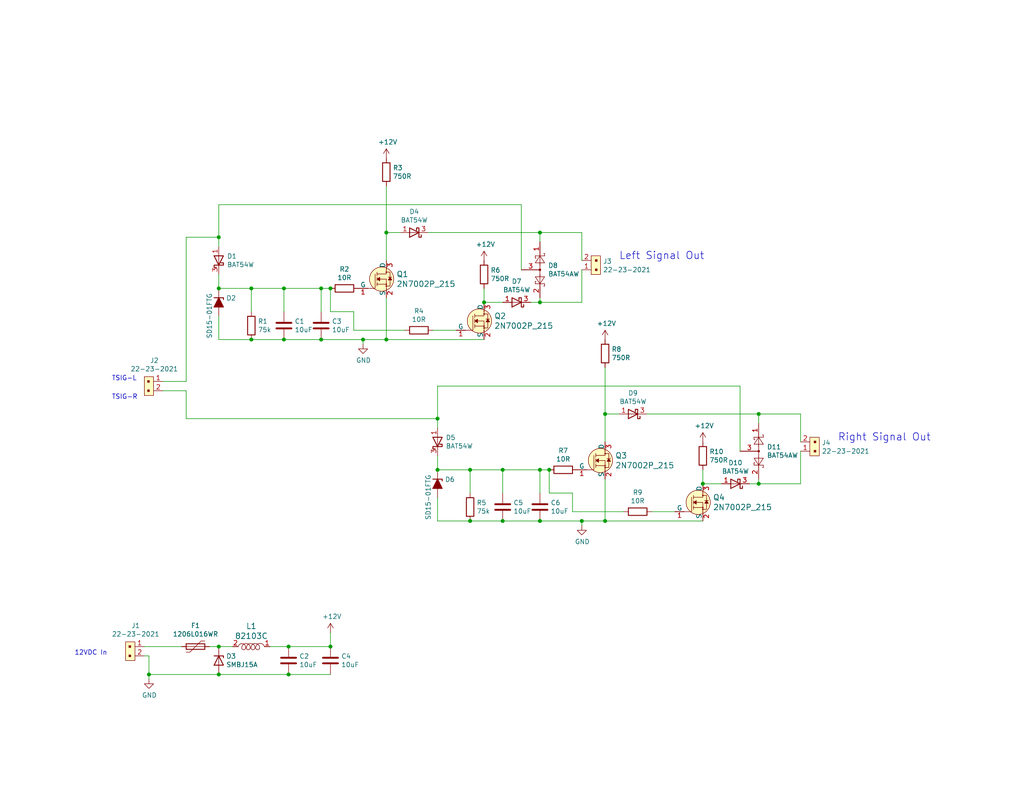
<source format=kicad_sch>
(kicad_sch (version 20231120) (generator "eeschema") (generator_version "8.0")
  (paper "USLetter")
  (title_block (title "Brake & Turn Signal Enhancement") (date "2020-08-11") (rev "2.1") (company "atomspring"))
  (lib_symbols
    (symbol "BTSE-rescue:+12V-power" (power) (pin_names (offset 0))
      (property "Value" "power_+12V" (at 0 3.556 0))
      (symbol "+12V-power_0_1"
        (polyline (pts (xy -0.762 1.27) (xy 0 2.54)))
        (polyline (pts (xy 0 0) (xy 0 2.54)))
        (polyline (pts (xy 0 2.54) (xy 0.762 1.27)))
      )
      (symbol "+12V-power_1_1"
        (pin power_in line (at 0 0 90) (length 0) hide (name "+12V") (number "1"))
      )
    )
    (symbol "BTSE-rescue:22-23-2021-dk_Rectangular-Connectors-Headers-Male-Pins" (pin_names (offset 1.016))
      (property "Reference" "J" (at -2.54 1.27 0))
      (property "Value" "dk_Rectangular-Connectors-Headers-Male-Pins_22-23-2021" (at 1.27 -3.81 0))
      (symbol "22-23-2021-dk_Rectangular-Connectors-Headers-Male-Pins_1_1"
        (rectangle (start -1.27 0) (end 3.81 -2.54) (fill (type background)))
        (rectangle (start -0.254 -1.143) (end 0.254 -1.651) (fill (type outline)))
        (rectangle (start 2.286 -1.143) (end 2.794 -1.651) (fill (type outline)))
        (pin passive line (at 0 2.54 270) (length 2.54) (name "~") (number "1"))
        (pin passive line (at 2.54 2.54 270) (length 2.54) (name "~") (number "2"))
      )
    )
    (symbol "BTSE-rescue:2N7002P_215-dk_Transistors-FETs-MOSFETs-Single" (pin_names (offset 0))
      (property "Reference" "Q" (at -2.6924 3.6322 0))
      (property "Value" "dk_Transistors-FETs-MOSFETs-Single_2N7002P_215" (at 3.4544 0 90))
      (symbol "2N7002P_215-dk_Transistors-FETs-MOSFETs-Single_0_1"
        (circle (center -1.27 0) (radius 3.302) (fill (type background)))
        (circle (center 0 -1.905) (radius 0.127))
        (circle (center 0 -1.397) (radius 0.127))
        (polyline (pts (xy 0 -1.397) (xy -2.54 -1.397)))
        (polyline (pts (xy -5.08 -2.54) (xy -3.048 -2.54) (xy -3.048 1.397)))
        (polyline (pts (xy 0 -2.54) (xy 0 0) (xy -2.54 0)))
        (polyline (pts (xy 0 2.54) (xy 0 1.397) (xy -2.54 1.397)))
        (polyline (pts (xy -0.127 -1.905) (xy 1.016 -1.905) (xy 1.016 1.397) (xy 1.016 1.905) (xy -0.127 1.905)))
        (circle (center 0 1.905) (radius 0.127))
      )
      (symbol "2N7002P_215-dk_Transistors-FETs-MOSFETs-Single_1_1"
        (polyline (pts (xy -2.54 -1.397) (xy -2.54 -1.905)))
        (polyline (pts (xy -2.54 -1.397) (xy -2.54 -0.889)))
        (polyline (pts (xy -2.54 0) (xy -2.54 -0.508)))
        (polyline (pts (xy -2.54 0) (xy -2.54 0.508)))
        (polyline (pts (xy -2.54 1.905) (xy -2.54 0.889)))
        (polyline (pts (xy 1.524 0.508) (xy 0.508 0.508)))
        (polyline (pts (xy -2.54 0) (xy -1.778 0.508) (xy -1.778 -0.508) (xy -2.54 0)) (fill (type outline)))
        (polyline (pts (xy 1.016 0.508) (xy 0.508 -0.254) (xy 1.524 -0.254) (xy 1.016 0.508)) (fill (type outline)))
        (pin bidirectional line (at -7.62 -2.54 0) (length 2.54) (name "G") (number "1"))
        (pin bidirectional line (at 0 -5.08 90) (length 2.54) (name "S") (number "2"))
        (pin bidirectional line (at 0 5.08 270) (length 2.54) (name "D") (number "3"))
      )
    )
    (symbol "BTSE-rescue:82103C-dk_Fixed-Inductors" (pin_names (offset 1.016))
      (property "Reference" "L" (at -3.175 3.175 0))
      (property "Value" "dk_Fixed-Inductors_82103C" (at 5.08 -1.905 0))
      (symbol "82103C-dk_Fixed-Inductors_0_1"
        (arc (start -3.556 0) (mid -2.1694 -0.8461) (end -1.1938 0.4318))
        (arc (start -2.2098 0.508) (mid -2.0918 -0.2848) (end -1.4478 -0.762))
        (arc (start -1.4732 -0.762) (mid -0.4347 -0.6489) (end 0.0508 0.254))
        (arc (start -1.1938 0.254) (mid -1.5764 0.8583) (end -2.2098 0.508))
        (arc (start -0.9398 0.508) (mid -0.8218 -0.2848) (end -0.1778 -0.762))
        (arc (start -0.2032 -0.762) (mid 0.8353 -0.6489) (end 1.3208 0.254))
        (arc (start 0.0762 0.254) (mid -0.3064 0.8583) (end -0.9398 0.508))
        (arc (start 0.3302 0.508) (mid 0.4482 -0.2848) (end 1.0922 -0.762))
        (arc (start 1.0668 -0.762) (mid 2.1053 -0.6489) (end 2.5908 0.254))
        (arc (start 1.3462 0.254) (mid 0.9636 0.8583) (end 0.3302 0.508))
        (arc (start 1.5748 0.4318) (mid 2.3727 -0.7843) (end 3.5814 0))
        (arc (start 2.6162 0.254) (mid 2.2336 0.8583) (end 1.6002 0.508))
      )
      (symbol "82103C-dk_Fixed-Inductors_1_1"
        (pin passive line (at -5.08 0 0) (length 1.4986) (name "~") (number "1"))
        (pin passive line (at 5.08 0 180) (length 1.4986) (name "~") (number "2"))
      )
    )
    (symbol "BTSE-rescue:D_Zener_ALT-Device" (pin_numbers hide) (pin_names (offset 1.016) hide)
      (property "Reference" "D" (at 0 2.54 0))
      (property "Value" "Device_D_Zener_ALT" (at 0 -2.54 0))
      (symbol "D_Zener_ALT-Device_0_1"
        (polyline (pts (xy 1.27 0) (xy -1.27 0)))
        (polyline (pts (xy -1.27 -1.27) (xy -1.27 1.27) (xy -0.762 1.27)) (stroke (width 0.254)))
        (polyline (pts (xy 1.27 -1.27) (xy 1.27 1.27) (xy -1.27 0) (xy 1.27 -1.27)) (stroke (width 0.254)) (fill (type outline)))
      )
      (symbol "D_Zener_ALT-Device_1_1"
        (pin passive line (at -3.81 0 0) (length 2.54) (name "K") (number "1"))
        (pin passive line (at 3.81 0 180) (length 2.54) (name "A") (number "2"))
      )
    )
    (symbol "BTSE-rescue:GND-power" (power) (pin_names (offset 0))
      (property "Value" "power_GND" (at 0 -3.81 0))
      (symbol "GND-power_0_1"
        (polyline (pts (xy 0 0) (xy 0 -1.27) (xy 1.27 -1.27) (xy 0 -2.54) (xy -1.27 -1.27) (xy 0 -1.27)))
      )
      (symbol "GND-power_1_1"
        (pin power_in line (at 0 0 270) (length 0) hide (name "GND") (number "1"))
      )
    )
    (symbol "Device:C" (pin_numbers hide) (pin_names (offset 0.254))
      (property "Reference" "C" (at 0.635 2.54 0))
      (property "Value" "C" (at 0.635 -2.54 0))
      (symbol "C_0_1"
        (polyline (pts (xy -2.032 -0.762) (xy 2.032 -0.762)) (stroke (width 0.508)))
        (polyline (pts (xy -2.032 0.762) (xy 2.032 0.762)) (stroke (width 0.508)))
      )
      (symbol "C_1_1"
        (pin passive line (at 0 3.81 270) (length 2.794) (name "~") (number "1"))
        (pin passive line (at 0 -3.81 90) (length 2.794) (name "~") (number "2"))
      )
    )
    (symbol "Device:Polyfuse" (pin_numbers hide) (pin_names (offset 0))
      (property "Reference" "F" (at -2.54 0 90))
      (property "Value" "Polyfuse" (at 2.54 0 90))
      (symbol "Polyfuse_0_1"
        (rectangle (start -0.762 2.54) (end 0.762 -2.54) (stroke (width 0.254)))
        (polyline (pts (xy 0 2.54) (xy 0 -2.54)))
        (polyline (pts (xy -1.524 2.54) (xy -1.524 1.524) (xy 1.524 -1.524) (xy 1.524 -2.54)))
      )
      (symbol "Polyfuse_1_1"
        (pin passive line (at 0 3.81 270) (length 1.27) (name "~") (number "1"))
        (pin passive line (at 0 -3.81 90) (length 1.27) (name "~") (number "2"))
      )
    )
    (symbol "Device:R" (pin_numbers hide) (pin_names (offset 0))
      (property "Reference" "R" (at 2.032 0 90))
      (property "Value" "R" (at 0 0 90))
      (symbol "R_0_1"
        (rectangle (start -1.016 -2.54) (end 1.016 2.54) (stroke (width 0.254)))
      )
      (symbol "R_1_1"
        (pin passive line (at 0 3.81 270) (length 1.27) (name "~") (number "1"))
        (pin passive line (at 0 -3.81 90) (length 1.27) (name "~") (number "2"))
      )
    )
    (symbol "Diode:BAT54AW" (pin_names (offset 1.016))
      (property "Reference" "D" (at 0.635 -3.81 0))
      (property "Value" "BAT54AW" (at -6.35 3.175 0))
      (symbol "BAT54AW_0_1"
        (polyline (pts (xy -4.445 1.27) (xy -4.445 1.016)))
        (polyline (pts (xy -3.81 -1.27) (xy -3.81 1.27)))
        (polyline (pts (xy -3.81 -1.27) (xy -3.175 -1.27)))
        (polyline (pts (xy -3.81 0) (xy -1.27 0)))
        (polyline (pts (xy -3.81 1.27) (xy -4.445 1.27)))
        (polyline (pts (xy -3.175 -1.27) (xy -3.175 -1.016)))
        (polyline (pts (xy -1.905 0) (xy 1.905 0)))
        (polyline (pts (xy 1.27 0) (xy 3.81 0)))
        (polyline (pts (xy 3.175 -1.27) (xy 3.175 -1.016)))
        (polyline (pts (xy 3.81 -1.27) (xy 3.175 -1.27)))
        (polyline (pts (xy 3.81 -1.27) (xy 3.81 1.27)))
        (polyline (pts (xy 3.81 1.27) (xy 4.445 1.27)))
        (polyline (pts (xy 4.445 1.27) (xy 4.445 1.016)))
        (polyline (pts (xy -1.905 1.27) (xy -1.905 -1.27) (xy -3.81 0) (xy -1.905 1.27)))
        (polyline (pts (xy 1.905 1.27) (xy 1.905 -1.27) (xy 3.81 0) (xy 1.905 1.27)))
        (circle (center 0 0) (radius 0.254) (fill (type outline)))
      )
      (symbol "BAT54AW_1_1"
        (pin passive line (at -7.62 0 0) (length 3.81) (name "~") (number "1"))
        (pin passive line (at 7.62 0 180) (length 3.81) (name "~") (number "2"))
        (pin passive line (at 0 -5.08 90) (length 5.08) (name "~") (number "3"))
      )
    )
    (symbol "Diode:BAT54W" (pin_names (offset 1.016) hide)
      (property "Reference" "D" (at 0 2.54 0))
      (property "Value" "BAT54W" (at 0 -2.54 0))
      (symbol "BAT54W_0_1"
        (polyline (pts (xy 1.27 0) (xy -1.27 0)))
        (polyline (pts (xy 1.27 1.27) (xy 1.27 -1.27) (xy -1.27 0) (xy 1.27 1.27)) (stroke (width 0.254)))
        (polyline (pts (xy -1.905 0.635) (xy -1.905 1.27) (xy -1.27 1.27) (xy -1.27 -1.27) (xy -0.635 -1.27) (xy -0.635 -0.635)) (stroke (width 0.254)))
      )
      (symbol "BAT54W_1_1"
        (pin passive line (at 3.81 0 180) (length 2.54) (name "A") (number "1"))
        (pin no_connect line (at 0 0 90) (length 2.54) hide (name "NC") (number "2"))
        (pin passive line (at -3.81 0 0) (length 2.54) (name "K") (number "3"))
      )
    )
    (symbol "Diode:Z2SMBxxx" (pin_numbers hide) (pin_names hide)
      (property "Reference" "D" (at 0 2.54 0))
      (property "Value" "Z2SMBxxx" (at 0 -2.54 0))
      (symbol "Z2SMBxxx_0_1"
        (polyline (pts (xy 1.27 0) (xy -1.27 0)))
        (polyline (pts (xy -1.27 -1.27) (xy -1.27 1.27) (xy -0.762 1.27)) (stroke (width 0.254)))
        (polyline (pts (xy 1.27 -1.27) (xy 1.27 1.27) (xy -1.27 0) (xy 1.27 -1.27)) (stroke (width 0.254)))
      )
      (symbol "Z2SMBxxx_1_1"
        (pin passive line (at -3.81 0 0) (length 2.54) (name "K") (number "1"))
        (pin passive line (at 3.81 0 180) (length 2.54) (name "A") (number "2"))
      )
    )
  )
  (junction (at 137.16 142.24))
  (junction (at 128.27 142.24))
  (junction (at 59.69 176.53))
  (junction (at 147.32 142.24))
  (junction (at 77.47 78.74))
  (junction (at 105.41 63.5))
  (junction (at 105.41 92.71))
  (junction (at 59.69 184.15))
  (junction (at 87.63 92.71))
  (junction (at 78.74 184.15))
  (junction (at 87.63 78.74))
  (junction (at 59.69 78.74))
  (junction (at 147.32 128.27))
  (junction (at 99.06 92.71))
  (junction (at 158.75 142.24))
  (junction (at 77.47 92.71))
  (junction (at 165.1 113.03))
  (junction (at 147.32 82.55))
  (junction (at 137.16 128.27))
  (junction (at 119.38 128.27))
  (junction (at 147.32 63.5))
  (junction (at 207.01 113.03))
  (junction (at 207.01 132.08))
  (junction (at 191.77 132.08))
  (junction (at 149.86 128.27))
  (junction (at 128.27 128.27))
  (junction (at 68.58 92.71))
  (junction (at 90.17 78.74))
  (junction (at 132.08 82.55))
  (junction (at 119.38 114.3))
  (junction (at 78.74 176.53))
  (junction (at 90.17 176.53))
  (junction (at 40.64 184.15))
  (junction (at 165.1 142.24))
  (junction (at 68.58 78.74))
  (junction (at 59.69 64.77))
  (wire (pts (xy 158.75 73.66) (xy 158.75 82.55)))
  (wire (pts (xy 99.06 93.98) (xy 99.06 92.71)))
  (wire (pts (xy 96.52 85.09) (xy 90.17 85.09)))
  (wire (pts (xy 90.17 78.74) (xy 87.63 78.74)))
  (wire (pts (xy 156.21 139.7) (xy 156.21 134.62)))
  (wire (pts (xy 40.64 179.07) (xy 40.64 184.15)))
  (wire (pts (xy 156.21 134.62) (xy 149.86 134.62)))
  (wire (pts (xy 201.93 123.19) (xy 201.93 105.41)))
  (wire (pts (xy 149.86 134.62) (xy 149.86 128.27)))
  (wire (pts (xy 184.15 139.7) (xy 177.8 139.7)))
  (wire (pts (xy 99.06 92.71) (xy 105.41 92.71)))
  (wire (pts (xy 158.75 143.51) (xy 158.75 142.24)))
  (wire (pts (xy 77.47 92.71) (xy 87.63 92.71)))
  (wire (pts (xy 191.77 132.08) (xy 196.85 132.08)))
  (wire (pts (xy 68.58 78.74) (xy 77.47 78.74)))
  (wire (pts (xy 218.44 120.65) (xy 218.44 113.03)))
  (wire (pts (xy 147.32 134.62) (xy 147.32 128.27)))
  (wire (pts (xy 142.24 73.66) (xy 142.24 55.88)))
  (wire (pts (xy 132.08 78.74) (xy 132.08 82.55)))
  (wire (pts (xy 137.16 142.24) (xy 147.32 142.24)))
  (wire (pts (xy 147.32 82.55) (xy 158.75 82.55)))
  (wire (pts (xy 50.8 114.3) (xy 50.8 106.68)))
  (wire (pts (xy 40.64 185.42) (xy 40.64 184.15)))
  (wire (pts (xy 176.53 113.03) (xy 207.01 113.03)))
  (wire (pts (xy 90.17 172.72) (xy 90.17 176.53)))
  (wire (pts (xy 137.16 128.27) (xy 147.32 128.27)))
  (wire (pts (xy 128.27 134.62) (xy 128.27 128.27)))
  (wire (pts (xy 50.8 106.68) (xy 44.45 106.68)))
  (wire (pts (xy 50.8 104.14) (xy 44.45 104.14)))
  (wire (pts (xy 39.37 176.53) (xy 49.53 176.53)))
  (wire (pts (xy 158.75 142.24) (xy 165.1 142.24)))
  (wire (pts (xy 119.38 142.24) (xy 128.27 142.24)))
  (wire (pts (xy 147.32 142.24) (xy 158.75 142.24)))
  (wire (pts (xy 68.58 92.71) (xy 77.47 92.71)))
  (wire (pts (xy 204.47 132.08) (xy 207.01 132.08)))
  (wire (pts (xy 40.64 179.07) (xy 39.37 179.07)))
  (wire (pts (xy 87.63 85.09) (xy 87.63 78.74)))
  (wire (pts (xy 119.38 124.46) (xy 119.38 128.27)))
  (wire (pts (xy 165.1 100.33) (xy 165.1 113.03)))
  (wire (pts (xy 119.38 105.41) (xy 201.93 105.41)))
  (wire (pts (xy 119.38 135.89) (xy 119.38 142.24)))
  (wire (pts (xy 218.44 123.19) (xy 218.44 132.08)))
  (wire (pts (xy 59.69 86.36) (xy 59.69 92.71)))
  (wire (pts (xy 147.32 81.28) (xy 147.32 82.55)))
  (wire (pts (xy 144.78 82.55) (xy 147.32 82.55)))
  (wire (pts (xy 207.01 113.03) (xy 218.44 113.03)))
  (wire (pts (xy 40.64 184.15) (xy 59.69 184.15)))
  (wire (pts (xy 68.58 85.09) (xy 68.58 78.74)))
  (wire (pts (xy 77.47 85.09) (xy 77.47 78.74)))
  (wire (pts (xy 59.69 92.71) (xy 68.58 92.71)))
  (wire (pts (xy 96.52 90.17) (xy 96.52 85.09)))
  (wire (pts (xy 78.74 176.53) (xy 73.66 176.53)))
  (wire (pts (xy 119.38 105.41) (xy 119.38 114.3)))
  (wire (pts (xy 90.17 85.09) (xy 90.17 78.74)))
  (wire (pts (xy 50.8 114.3) (xy 119.38 114.3)))
  (wire (pts (xy 105.41 92.71) (xy 132.08 92.71)))
  (wire (pts (xy 90.17 176.53) (xy 78.74 176.53)))
  (wire (pts (xy 165.1 120.65) (xy 165.1 113.03)))
  (wire (pts (xy 68.58 78.74) (xy 59.69 78.74)))
  (wire (pts (xy 128.27 142.24) (xy 137.16 142.24)))
  (wire (pts (xy 59.69 55.88) (xy 142.24 55.88)))
  (wire (pts (xy 59.69 184.15) (xy 78.74 184.15)))
  (wire (pts (xy 110.49 90.17) (xy 96.52 90.17)))
  (wire (pts (xy 165.1 130.81) (xy 165.1 142.24)))
  (wire (pts (xy 132.08 82.55) (xy 137.16 82.55)))
  (wire (pts (xy 57.15 176.53) (xy 59.69 176.53)))
  (wire (pts (xy 116.84 63.5) (xy 147.32 63.5)))
  (wire (pts (xy 128.27 128.27) (xy 137.16 128.27)))
  (wire (pts (xy 50.8 64.77) (xy 50.8 104.14)))
  (wire (pts (xy 207.01 130.81) (xy 207.01 132.08)))
  (wire (pts (xy 59.69 55.88) (xy 59.69 64.77)))
  (wire (pts (xy 158.75 71.12) (xy 158.75 63.5)))
  (wire (pts (xy 149.86 128.27) (xy 147.32 128.27)))
  (wire (pts (xy 77.47 78.74) (xy 87.63 78.74)))
  (wire (pts (xy 207.01 132.08) (xy 218.44 132.08)))
  (wire (pts (xy 128.27 128.27) (xy 119.38 128.27)))
  (wire (pts (xy 124.46 90.17) (xy 118.11 90.17)))
  (wire (pts (xy 165.1 113.03) (xy 168.91 113.03)))
  (wire (pts (xy 147.32 63.5) (xy 158.75 63.5)))
  (wire (pts (xy 78.74 184.15) (xy 90.17 184.15)))
  (wire (pts (xy 59.69 74.93) (xy 59.69 78.74)))
  (wire (pts (xy 105.41 81.28) (xy 105.41 92.71)))
  (wire (pts (xy 59.69 67.31) (xy 59.69 64.77)))
  (wire (pts (xy 170.18 139.7) (xy 156.21 139.7)))
  (wire (pts (xy 105.41 50.8) (xy 105.41 63.5)))
  (wire (pts (xy 191.77 128.27) (xy 191.77 132.08)))
  (wire (pts (xy 50.8 64.77) (xy 59.69 64.77)))
  (wire (pts (xy 165.1 142.24) (xy 191.77 142.24)))
  (wire (pts (xy 137.16 134.62) (xy 137.16 128.27)))
  (wire (pts (xy 207.01 115.57) (xy 207.01 113.03)))
  (wire (pts (xy 147.32 66.04) (xy 147.32 63.5)))
  (wire (pts (xy 119.38 116.84) (xy 119.38 114.3)))
  (wire (pts (xy 59.69 176.53) (xy 63.5 176.53)))
  (wire (pts (xy 105.41 63.5) (xy 109.22 63.5)))
  (wire (pts (xy 105.41 71.12) (xy 105.41 63.5)))
  (wire (pts (xy 87.63 92.71) (xy 99.06 92.71)))
  (text "Left Signal Out" (at 168.91 71.12 0) (effects (font (size 2.0066 2.0066)) (justify left bottom)))
  (text "TSIG-R" (at 30.48 109.22 0) (effects (font (size 1.27 1.27)) (justify left bottom)))
  (text "TSIG-L" (at 30.48 104.14 0) (effects (font (size 1.27 1.27)) (justify left bottom)))
  (text "Right Signal Out" (at 228.6 120.65 0) (effects (font (size 2.0066 2.0066)) (justify left bottom)))
  (text "12VDC In" (at 20.32 179.07 0) (effects (font (size 1.27 1.27)) (justify left bottom)))
  (symbol (lib_id "BTSE-rescue:+12V-power") (at 90.17 172.72 0) (unit 1)
    (property "Reference" "#PWR02" (effects (hide yes)))
    (property "Value" "+12V" (at 90.551 168.3258 0))
  )
  (symbol (lib_id "BTSE-rescue:22-23-2021-dk_Rectangular-Connectors-Headers-Male-Pins") (at 41.91 104.14 270) (unit 1)
    (property "Reference" "J2" (at 42.1132 98.425 90))
    (property "Value" "22-23-2021" (at 42.1132 100.7364 90))
    (property "Footprint" "Connector_PinHeader_2.54mm:PinHeader_1x02_P2.54mm_Vertical" (effects (hide yes)))
    (property "Datasheet" "https://media.digikey.com/pdf/Data%20Sheets/Molex%20PDFs/A-6373-N_Series_Dwg_2010-12-03.pdf" (effects (hide yes)))
    (property "Description" "CONN HEADER VERT 2POS 2.54MM" (effects (hide yes)))
    (property "Digi-Key_PN" "WM4200-ND" (effects (hide yes)))
    (property "MPN" "22-23-2021" (effects (hide yes)))
    (property "Category" "Connectors, Interconnects" (effects (hide yes)))
    (property "Family" "Rectangular Connectors - Headers, Male Pins" (effects (hide yes)))
    (property "DK_Datasheet_Link" "https://media.digikey.com/pdf/Data%20Sheets/Molex%20PDFs/A-6373-N_Series_Dwg_2010-12-03.pdf" (effects (hide yes)))
    (property "DK_Detail_Page" "/product-detail/en/molex/22-23-2021/WM4200-ND/26667" (effects (hide yes)))
    (property "Manufacturer" "Molex" (effects (hide yes)))
    (property "Status" "Active" (effects (hide yes)))
  )
  (symbol (lib_id "BTSE-rescue:22-23-2021-dk_Rectangular-Connectors-Headers-Male-Pins") (at 36.83 176.53 270) (unit 1)
    (property "Reference" "J1" (at 37.0332 170.815 90))
    (property "Value" "22-23-2021" (at 37.0332 173.1264 90))
    (property "Footprint" "Connector_PinHeader_2.54mm:PinHeader_1x02_P2.54mm_Vertical" (effects (hide yes)))
    (property "Datasheet" "https://media.digikey.com/pdf/Data%20Sheets/Molex%20PDFs/A-6373-N_Series_Dwg_2010-12-03.pdf" (effects (hide yes)))
    (property "Description" "CONN HEADER VERT 2POS 2.54MM" (effects (hide yes)))
    (property "Digi-Key_PN" "WM4200-ND" (effects (hide yes)))
    (property "MPN" "22-23-2021" (effects (hide yes)))
    (property "Category" "Connectors, Interconnects" (effects (hide yes)))
    (property "Family" "Rectangular Connectors - Headers, Male Pins" (effects (hide yes)))
    (property "DK_Datasheet_Link" "https://media.digikey.com/pdf/Data%20Sheets/Molex%20PDFs/A-6373-N_Series_Dwg_2010-12-03.pdf" (effects (hide yes)))
    (property "DK_Detail_Page" "/product-detail/en/molex/22-23-2021/WM4200-ND/26667" (effects (hide yes)))
    (property "Manufacturer" "Molex" (effects (hide yes)))
    (property "Status" "Active" (effects (hide yes)))
  )
  (symbol (lib_id "BTSE-rescue:GND-power") (at 40.64 185.42 0) (unit 1)
    (property "Reference" "#PWR01" (effects (hide yes)))
    (property "Value" "GND" (at 40.767 189.8142 0))
  )
  (symbol (lib_id "BTSE-rescue:82103C-dk_Fixed-Inductors") (at 68.58 176.53 180) (unit 1)
    (property "Reference" "L1" (at 68.58 170.942 0) (effects (font (size 1.524 1.524))))
    (property "Value" "82103C" (at 68.58 173.6344 0) (effects (font (size 1.524 1.524))))
    (property "Footprint" "digikey-footprints:1206" (effects (hide yes)))
    (property "Datasheet" "https://www.murata-ps.com/data/magnetics/kmp_8200c.pdf" (effects (hide yes)))
    (property "Description" "FIXED IND 10UH 500MA 400 MOHM" (effects (hide yes)))
    (property "Digi-Key_PN" "811-2473-1-ND" (effects (hide yes)))
    (property "MPN" "82103C" (effects (hide yes)))
    (property "Category" "Inductors, Coils, Chokes" (effects (hide yes)))
    (property "Family" "Fixed Inductors" (effects (hide yes)))
    (property "DK_Datasheet_Link" "https://www.murata-ps.com/data/magnetics/kmp_8200c.pdf" (effects (hide yes)))
    (property "DK_Detail_Page" "/product-detail/en/murata-power-solutions-inc/82103C/811-2473-1-ND/3178544" (effects (hide yes)))
    (property "Manufacturer" "Murata Power Solutions Inc." (effects (hide yes)))
    (property "Status" "Active" (effects (hide yes)))
  )
  (symbol (lib_id "Device:Polyfuse") (at 53.34 176.53 270) (unit 1)
    (property "Reference" "F1" (at 53.34 170.815 90))
    (property "Value" "1206L016WR" (at 53.34 173.1264 90))
    (property "Footprint" "Fuse:Fuse_1206_3216Metric" (effects (hide yes)))
    (property "Datasheet" "https://datasheet.lcsc.com/szlcsc/Littelfuse-1206L016WR_C151161.pdf" (effects (hide yes)))
  )
  (symbol (lib_id "Device:C") (at 78.74 180.34 0) (unit 1)
    (property "Reference" "C2" (at 81.661 179.1716 0) (effects (justify left)))
    (property "Value" "10uF" (at 81.661 181.483 0) (effects (justify left)))
    (property "Footprint" "Capacitor_SMD:C_1206_3216Metric_Pad1.42x1.75mm_HandSolder" (effects (hide yes)))
  )
  (symbol (lib_id "Diode:Z2SMBxxx") (at 59.69 180.34 270) (unit 1)
    (property "Reference" "D3" (at 61.722 179.1716 90) (effects (justify left)))
    (property "Value" "SMBJ15A" (at 61.722 181.483 90) (effects (justify left)))
    (property "Footprint" "Diode_SMD:D_SMB" (effects (hide yes)))
    (property "Datasheet" "https://www.littelfuse.com/~/media/electronics/datasheets/tvs_diodes/littelfuse_tvs_diode_smbj_datasheet.pdf.pdf" (effects (hide yes)))
  )
  (symbol (lib_id "Device:C") (at 90.17 180.34 0) (unit 1)
    (property "Reference" "C4" (at 93.091 179.1716 0) (effects (justify left)))
    (property "Value" "10uF" (at 93.091 181.483 0) (effects (justify left)))
    (property "Footprint" "Capacitor_SMD:C_1206_3216Metric_Pad1.42x1.75mm_HandSolder" (effects (hide yes)))
  )
  (symbol (lib_id "BTSE-rescue:2N7002P_215-dk_Transistors-FETs-MOSFETs-Single") (at 105.41 76.2 0) (unit 1)
    (property "Reference" "Q1" (at 108.1532 74.8538 0) (effects (font (size 1.524 1.524)) (justify left)))
    (property "Value" "2N7002P_215" (at 108.1532 77.5462 0) (effects (font (size 1.524 1.524)) (justify left)))
    (property "Footprint" "digikey-footprints:SOT-23-3" (effects (hide yes)))
    (property "Datasheet" "https://assets.nexperia.com/documents/data-sheet/2N7002P.pdf" (effects (hide yes)))
    (property "Description" "MOSFET N-CH 60V 0.36A SOT-23" (effects (hide yes)))
    (property "Digi-Key_PN" "1727-4692-1-ND" (effects (hide yes)))
    (property "MPN" "2N7002P,215" (effects (hide yes)))
    (property "Category" "Discrete Semiconductor Products" (effects (hide yes)))
    (property "Family" "Transistors - FETs, MOSFETs - Single" (effects (hide yes)))
    (property "DK_Datasheet_Link" "https://assets.nexperia.com/documents/data-sheet/2N7002P.pdf" (effects (hide yes)))
    (property "DK_Detail_Page" "/product-detail/en/nexperia-usa-inc/2N7002P,215/1727-4692-1-ND/2531105" (effects (hide yes)))
    (property "Manufacturer" "Nexperia USA Inc." (effects (hide yes)))
    (property "Status" "Active" (effects (hide yes)))
  )
  (symbol (lib_id "BTSE-rescue:GND-power") (at 99.06 93.98 0) (unit 1)
    (property "Reference" "#PWR03" (effects (hide yes)))
    (property "Value" "GND" (at 99.187 98.3742 0))
  )
  (symbol (lib_id "Device:C") (at 77.47 88.9 0) (unit 1)
    (property "Reference" "C1" (at 80.391 87.7316 0) (effects (justify left)))
    (property "Value" "10uF" (at 80.391 90.043 0) (effects (justify left)))
    (property "Footprint" "Capacitor_SMD:C_0805_2012Metric_Pad1.15x1.40mm_HandSolder" (effects (hide yes)))
  )
  (symbol (lib_id "Device:C") (at 87.63 88.9 0) (unit 1)
    (property "Reference" "C3" (at 90.551 87.7316 0) (effects (justify left)))
    (property "Value" "10uF" (at 90.551 90.043 0) (effects (justify left)))
    (property "Footprint" "Capacitor_SMD:C_0805_2012Metric_Pad1.15x1.40mm_HandSolder" (effects (hide yes)))
  )
  (symbol (lib_id "Device:R") (at 68.58 88.9 0) (unit 1)
    (property "Reference" "R1" (at 70.358 87.7316 0) (effects (justify left)))
    (property "Value" "75k" (at 70.358 90.043 0) (effects (justify left)))
    (property "Footprint" "Resistor_SMD:R_0805_2012Metric_Pad1.15x1.40mm_HandSolder" (effects (hide yes)))
  )
  (symbol (lib_id "BTSE-rescue:22-23-2021-dk_Rectangular-Connectors-Headers-Male-Pins") (at 161.29 73.66 90) (unit 1)
    (property "Reference" "J3" (at 164.5412 71.3486 90) (effects (justify right)))
    (property "Value" "22-23-2021" (at 164.5412 73.66 90) (effects (justify right)))
    (property "Footprint" "Connector_PinHeader_2.54mm:PinHeader_1x02_P2.54mm_Vertical" (effects (hide yes)))
    (property "Datasheet" "https://media.digikey.com/pdf/Data%20Sheets/Molex%20PDFs/A-6373-N_Series_Dwg_2010-12-03.pdf" (effects (hide yes)))
    (property "Description" "CONN HEADER VERT 2POS 2.54MM" (effects (hide yes)))
    (property "Digi-Key_PN" "WM4200-ND" (effects (hide yes)))
    (property "MPN" "22-23-2021" (effects (hide yes)))
    (property "Category" "Connectors, Interconnects" (effects (hide yes)))
    (property "Family" "Rectangular Connectors - Headers, Male Pins" (effects (hide yes)))
    (property "DK_Datasheet_Link" "https://media.digikey.com/pdf/Data%20Sheets/Molex%20PDFs/A-6373-N_Series_Dwg_2010-12-03.pdf" (effects (hide yes)))
    (property "DK_Detail_Page" "/product-detail/en/molex/22-23-2021/WM4200-ND/26667" (effects (hide yes)))
    (property "Manufacturer" "Molex" (effects (hide yes)))
    (property "Status" "Active" (effects (hide yes)))
  )
  (symbol (lib_id "BTSE-rescue:+12V-power") (at 132.08 71.12 0) (unit 1)
    (property "Reference" "#PWR05" (effects (hide yes)))
    (property "Value" "+12V" (at 132.461 66.7258 0))
  )
  (symbol (lib_id "BTSE-rescue:D_Zener_ALT-Device") (at 59.69 82.55 270) (unit 1)
    (property "Reference" "D2" (at 61.722 81.3816 90) (effects (justify left)))
    (property "Value" "SD15-01FTG" (at 57.15 80.01 0) (effects (justify left)))
    (property "Footprint" "Diode_SMD:D_SOD-323_HandSoldering" (effects (hide yes)))
    (property "Datasheet" "https://www.littelfuse.com/~/media/electronics/datasheets/tvs_diode_arrays/littelfuse_tvs_diode_array_sd_datasheet.pdf.pdf" (effects (hide yes)))
  )
  (symbol (lib_id "BTSE-rescue:+12V-power") (at 105.41 43.18 0) (unit 1)
    (property "Reference" "#PWR04" (effects (hide yes)))
    (property "Value" "+12V" (at 105.791 38.7858 0))
  )
  (symbol (lib_id "BTSE-rescue:2N7002P_215-dk_Transistors-FETs-MOSFETs-Single") (at 132.08 87.63 0) (unit 1)
    (property "Reference" "Q2" (at 134.8232 86.2838 0) (effects (font (size 1.524 1.524)) (justify left)))
    (property "Value" "2N7002P_215" (at 134.8232 88.9762 0) (effects (font (size 1.524 1.524)) (justify left)))
    (property "Footprint" "digikey-footprints:SOT-23-3" (effects (hide yes)))
    (property "Datasheet" "https://assets.nexperia.com/documents/data-sheet/2N7002P.pdf" (effects (hide yes)))
    (property "Description" "MOSFET N-CH 60V 0.36A SOT-23" (effects (hide yes)))
    (property "Digi-Key_PN" "1727-4692-1-ND" (effects (hide yes)))
    (property "MPN" "2N7002P,215" (effects (hide yes)))
    (property "Category" "Discrete Semiconductor Products" (effects (hide yes)))
    (property "Family" "Transistors - FETs, MOSFETs - Single" (effects (hide yes)))
    (property "DK_Datasheet_Link" "https://assets.nexperia.com/documents/data-sheet/2N7002P.pdf" (effects (hide yes)))
    (property "DK_Detail_Page" "/product-detail/en/nexperia-usa-inc/2N7002P,215/1727-4692-1-ND/2531105" (effects (hide yes)))
    (property "Manufacturer" "Nexperia USA Inc." (effects (hide yes)))
    (property "Status" "Active" (effects (hide yes)))
  )
  (symbol (lib_id "Device:R") (at 105.41 46.99 0) (unit 1)
    (property "Reference" "R3" (at 107.188 45.8216 0) (effects (justify left)))
    (property "Value" "750R" (at 107.188 48.133 0) (effects (justify left)))
    (property "Footprint" "Resistor_SMD:R_1210_3225Metric_Pad1.42x2.65mm_HandSolder" (effects (hide yes)))
  )
  (symbol (lib_id "Device:R") (at 132.08 74.93 0) (unit 1)
    (property "Reference" "R6" (at 133.858 73.7616 0) (effects (justify left)))
    (property "Value" "750R" (at 133.858 76.073 0) (effects (justify left)))
    (property "Footprint" "Resistor_SMD:R_1210_3225Metric_Pad1.42x2.65mm_HandSolder" (effects (hide yes)))
  )
  (symbol (lib_id "Diode:BAT54AW") (at 147.32 73.66 270) (unit 1)
    (property "Reference" "D8" (at 149.5552 72.4916 90) (effects (justify left)))
    (property "Value" "BAT54AW" (at 149.5552 74.803 90) (effects (justify left)))
    (property "Footprint" "Package_TO_SOT_SMD:SOT-323_SC-70" (effects (hide yes)))
    (property "Datasheet" "https://assets.nexperia.com/documents/data-sheet/BAT54W_SER.pdf" (effects (hide yes)))
  )
  (symbol (lib_id "Device:R") (at 93.98 78.74 270) (unit 1)
    (property "Reference" "R2" (at 93.98 73.4822 90))
    (property "Value" "10R" (at 93.98 75.7936 90))
    (property "Footprint" "Resistor_SMD:R_0805_2012Metric_Pad1.15x1.40mm_HandSolder" (effects (hide yes)))
  )
  (symbol (lib_id "Device:R") (at 114.3 90.17 270) (unit 1)
    (property "Reference" "R4" (at 114.3 84.9122 90))
    (property "Value" "10R" (at 114.3 87.2236 90))
    (property "Footprint" "Resistor_SMD:R_0805_2012Metric_Pad1.15x1.40mm_HandSolder" (effects (hide yes)))
  )
  (symbol (lib_id "Diode:BAT54W") (at 113.03 63.5 180) (unit 1)
    (property "Reference" "D4" (at 113.03 57.785 0))
    (property "Value" "BAT54W" (at 113.03 60.0964 0))
    (property "Footprint" "Package_TO_SOT_SMD:SOT-323_SC-70" (effects (hide yes)))
    (property "Datasheet" "https://assets.nexperia.com/documents/data-sheet/BAT54W_SER.pdf" (effects (hide yes)))
  )
  (symbol (lib_id "Diode:BAT54W") (at 140.97 82.55 180) (unit 1)
    (property "Reference" "D7" (at 140.97 76.835 0))
    (property "Value" "BAT54W" (at 140.97 79.1464 0))
    (property "Footprint" "Package_TO_SOT_SMD:SOT-323_SC-70" (effects (hide yes)))
    (property "Datasheet" "https://assets.nexperia.com/documents/data-sheet/BAT54W_SER.pdf" (effects (hide yes)))
  )
  (symbol (lib_id "Diode:BAT54W") (at 59.69 71.12 90) (unit 1)
    (property "Reference" "D1" (at 61.9252 69.9516 90) (effects (justify right)))
    (property "Value" "BAT54W" (at 61.9252 72.263 90) (effects (justify right)))
    (property "Footprint" "Package_TO_SOT_SMD:SOT-323_SC-70" (effects (hide yes)))
    (property "Datasheet" "https://assets.nexperia.com/documents/data-sheet/BAT54W_SER.pdf" (effects (hide yes)))
  )
  (symbol (lib_id "BTSE-rescue:2N7002P_215-dk_Transistors-FETs-MOSFETs-Single") (at 165.1 125.73 0) (unit 1)
    (property "Reference" "Q3" (at 167.8432 124.3838 0) (effects (font (size 1.524 1.524)) (justify left)))
    (property "Value" "2N7002P_215" (at 167.8432 127.0762 0) (effects (font (size 1.524 1.524)) (justify left)))
    (property "Footprint" "digikey-footprints:SOT-23-3" (effects (hide yes)))
    (property "Datasheet" "https://assets.nexperia.com/documents/data-sheet/2N7002P.pdf" (effects (hide yes)))
    (property "Description" "MOSFET N-CH 60V 0.36A SOT-23" (effects (hide yes)))
    (property "Digi-Key_PN" "1727-4692-1-ND" (effects (hide yes)))
    (property "MPN" "2N7002P,215" (effects (hide yes)))
    (property "Category" "Discrete Semiconductor Products" (effects (hide yes)))
    (property "Family" "Transistors - FETs, MOSFETs - Single" (effects (hide yes)))
    (property "DK_Datasheet_Link" "https://assets.nexperia.com/documents/data-sheet/2N7002P.pdf" (effects (hide yes)))
    (property "DK_Detail_Page" "/product-detail/en/nexperia-usa-inc/2N7002P,215/1727-4692-1-ND/2531105" (effects (hide yes)))
    (property "Manufacturer" "Nexperia USA Inc." (effects (hide yes)))
    (property "Status" "Active" (effects (hide yes)))
  )
  (symbol (lib_id "BTSE-rescue:GND-power") (at 158.75 143.51 0) (unit 1)
    (property "Reference" "#PWR06" (effects (hide yes)))
    (property "Value" "GND" (at 158.877 147.9042 0))
  )
  (symbol (lib_id "Device:C") (at 137.16 138.43 0) (unit 1)
    (property "Reference" "C5" (at 140.081 137.2616 0) (effects (justify left)))
    (property "Value" "10uF" (at 140.081 139.573 0) (effects (justify left)))
    (property "Footprint" "Capacitor_SMD:C_0805_2012Metric_Pad1.15x1.40mm_HandSolder" (effects (hide yes)))
  )
  (symbol (lib_id "BTSE-rescue:22-23-2021-dk_Rectangular-Connectors-Headers-Male-Pins") (at 220.98 123.19 90) (unit 1)
    (property "Reference" "J4" (at 224.2312 120.8786 90) (effects (justify right)))
    (property "Value" "22-23-2021" (at 224.2312 123.19 90) (effects (justify right)))
    (property "Footprint" "Connector_PinHeader_2.54mm:PinHeader_1x02_P2.54mm_Vertical" (effects (hide yes)))
    (property "Datasheet" "https://media.digikey.com/pdf/Data%20Sheets/Molex%20PDFs/A-6373-N_Series_Dwg_2010-12-03.pdf" (effects (hide yes)))
    (property "Description" "CONN HEADER VERT 2POS 2.54MM" (effects (hide yes)))
    (property "Digi-Key_PN" "WM4200-ND" (effects (hide yes)))
    (property "MPN" "22-23-2021" (effects (hide yes)))
    (property "Category" "Connectors, Interconnects" (effects (hide yes)))
    (property "Family" "Rectangular Connectors - Headers, Male Pins" (effects (hide yes)))
    (property "DK_Datasheet_Link" "https://media.digikey.com/pdf/Data%20Sheets/Molex%20PDFs/A-6373-N_Series_Dwg_2010-12-03.pdf" (effects (hide yes)))
    (property "DK_Detail_Page" "/product-detail/en/molex/22-23-2021/WM4200-ND/26667" (effects (hide yes)))
    (property "Manufacturer" "Molex" (effects (hide yes)))
    (property "Status" "Active" (effects (hide yes)))
  )
  (symbol (lib_id "BTSE-rescue:+12V-power") (at 191.77 120.65 0) (unit 1)
    (property "Reference" "#PWR08" (effects (hide yes)))
    (property "Value" "+12V" (at 192.151 116.2558 0))
  )
  (symbol (lib_id "Device:C") (at 147.32 138.43 0) (unit 1)
    (property "Reference" "C6" (at 150.241 137.2616 0) (effects (justify left)))
    (property "Value" "10uF" (at 150.241 139.573 0) (effects (justify left)))
    (property "Footprint" "Capacitor_SMD:C_0805_2012Metric_Pad1.15x1.40mm_HandSolder" (effects (hide yes)))
  )
  (symbol (lib_id "BTSE-rescue:+12V-power") (at 165.1 92.71 0) (unit 1)
    (property "Reference" "#PWR07" (effects (hide yes)))
    (property "Value" "+12V" (at 165.481 88.3158 0))
  )
  (symbol (lib_id "BTSE-rescue:2N7002P_215-dk_Transistors-FETs-MOSFETs-Single") (at 191.77 137.16 0) (unit 1)
    (property "Reference" "Q4" (at 194.5132 135.8138 0) (effects (font (size 1.524 1.524)) (justify left)))
    (property "Value" "2N7002P_215" (at 194.5132 138.5062 0) (effects (font (size 1.524 1.524)) (justify left)))
    (property "Footprint" "digikey-footprints:SOT-23-3" (effects (hide yes)))
    (property "Datasheet" "https://assets.nexperia.com/documents/data-sheet/2N7002P.pdf" (effects (hide yes)))
    (property "Description" "MOSFET N-CH 60V 0.36A SOT-23" (effects (hide yes)))
    (property "Digi-Key_PN" "1727-4692-1-ND" (effects (hide yes)))
    (property "MPN" "2N7002P,215" (effects (hide yes)))
    (property "Category" "Discrete Semiconductor Products" (effects (hide yes)))
    (property "Family" "Transistors - FETs, MOSFETs - Single" (effects (hide yes)))
    (property "DK_Datasheet_Link" "https://assets.nexperia.com/documents/data-sheet/2N7002P.pdf" (effects (hide yes)))
    (property "DK_Detail_Page" "/product-detail/en/nexperia-usa-inc/2N7002P,215/1727-4692-1-ND/2531105" (effects (hide yes)))
    (property "Manufacturer" "Nexperia USA Inc." (effects (hide yes)))
    (property "Status" "Active" (effects (hide yes)))
  )
  (symbol (lib_id "Device:R") (at 128.27 138.43 0) (unit 1)
    (property "Reference" "R5" (at 130.048 137.2616 0) (effects (justify left)))
    (property "Value" "75k" (at 130.048 139.573 0) (effects (justify left)))
    (property "Footprint" "Resistor_SMD:R_0805_2012Metric_Pad1.15x1.40mm_HandSolder" (effects (hide yes)))
  )
  (symbol (lib_id "Device:R") (at 165.1 96.52 0) (unit 1)
    (property "Reference" "R8" (at 166.878 95.3516 0) (effects (justify left)))
    (property "Value" "750R" (at 166.878 97.663 0) (effects (justify left)))
    (property "Footprint" "Resistor_SMD:R_1210_3225Metric_Pad1.42x2.65mm_HandSolder" (effects (hide yes)))
  )
  (symbol (lib_id "Device:R") (at 191.77 124.46 0) (unit 1)
    (property "Reference" "R10" (at 193.548 123.2916 0) (effects (justify left)))
    (property "Value" "750R" (at 193.548 125.603 0) (effects (justify left)))
    (property "Footprint" "Resistor_SMD:R_1210_3225Metric_Pad1.42x2.65mm_HandSolder" (effects (hide yes)))
  )
  (symbol (lib_id "Diode:BAT54AW") (at 207.01 123.19 270) (unit 1)
    (property "Reference" "D11" (at 209.2452 122.0216 90) (effects (justify left)))
    (property "Value" "BAT54AW" (at 209.2452 124.333 90) (effects (justify left)))
    (property "Footprint" "Package_TO_SOT_SMD:SOT-323_SC-70" (effects (hide yes)))
    (property "Datasheet" "https://assets.nexperia.com/documents/data-sheet/BAT54W_SER.pdf" (effects (hide yes)))
  )
  (symbol (lib_id "Device:R") (at 153.67 128.27 270) (unit 1)
    (property "Reference" "R7" (at 153.67 123.0122 90))
    (property "Value" "10R" (at 153.67 125.3236 90))
    (property "Footprint" "Resistor_SMD:R_0805_2012Metric_Pad1.15x1.40mm_HandSolder" (effects (hide yes)))
  )
  (symbol (lib_id "Device:R") (at 173.99 139.7 270) (unit 1)
    (property "Reference" "R9" (at 173.99 134.4422 90))
    (property "Value" "10R" (at 173.99 136.7536 90))
    (property "Footprint" "Resistor_SMD:R_0805_2012Metric_Pad1.15x1.40mm_HandSolder" (effects (hide yes)))
  )
  (symbol (lib_id "Diode:BAT54W") (at 172.72 113.03 180) (unit 1)
    (property "Reference" "D9" (at 172.72 107.315 0))
    (property "Value" "BAT54W" (at 172.72 109.6264 0))
    (property "Footprint" "Package_TO_SOT_SMD:SOT-323_SC-70" (effects (hide yes)))
    (property "Datasheet" "https://assets.nexperia.com/documents/data-sheet/BAT54W_SER.pdf" (effects (hide yes)))
  )
  (symbol (lib_id "Diode:BAT54W") (at 200.66 132.08 180) (unit 1)
    (property "Reference" "D10" (at 200.66 126.365 0))
    (property "Value" "BAT54W" (at 200.66 128.6764 0))
    (property "Footprint" "Package_TO_SOT_SMD:SOT-323_SC-70" (effects (hide yes)))
    (property "Datasheet" "https://assets.nexperia.com/documents/data-sheet/BAT54W_SER.pdf" (effects (hide yes)))
  )
  (symbol (lib_id "BTSE-rescue:D_Zener_ALT-Device") (at 119.38 132.08 270) (unit 1)
    (property "Reference" "D6" (at 121.412 130.9116 90) (effects (justify left)))
    (property "Value" "SD15-01FTG" (at 116.84 129.54 0) (effects (justify left)))
    (property "Footprint" "Diode_SMD:D_SOD-323_HandSoldering" (effects (hide yes)))
    (property "Datasheet" "https://www.littelfuse.com/~/media/electronics/datasheets/tvs_diode_arrays/littelfuse_tvs_diode_array_sd_datasheet.pdf.pdf" (effects (hide yes)))
  )
  (symbol (lib_id "Diode:BAT54W") (at 119.38 120.65 90) (unit 1)
    (property "Reference" "D5" (at 121.6152 119.4816 90) (effects (justify right)))
    (property "Value" "BAT54W" (at 121.6152 121.793 90) (effects (justify right)))
    (property "Footprint" "Package_TO_SOT_SMD:SOT-323_SC-70" (effects (hide yes)))
    (property "Datasheet" "https://assets.nexperia.com/documents/data-sheet/BAT54W_SER.pdf" (effects (hide yes)))
  )
)
</source>
